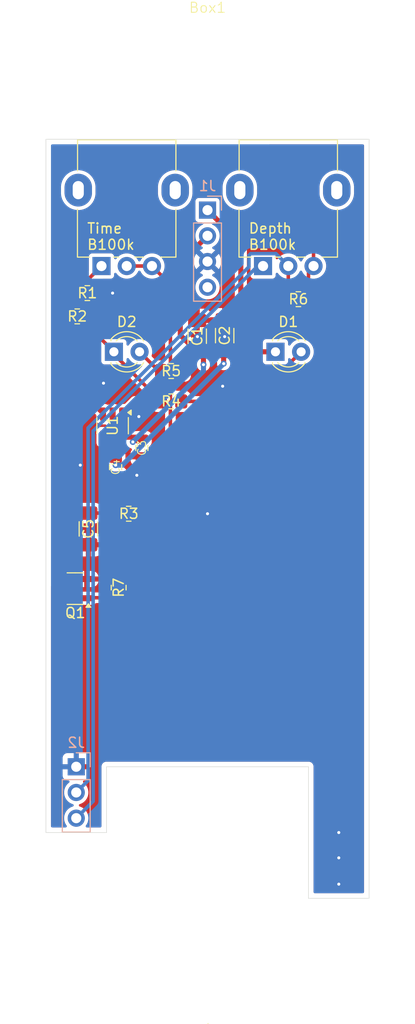
<source format=kicad_pcb>
(kicad_pcb (version 20241229) (generator "pcbnew") (generator_version "9.0")
  (layers (0 "F.Cu" jumper) (2 "B.Cu" signal) (13 "F.Paste" user) (15 "B.Paste" user) (5 "F.SilkS" user "F.Silkscreen") (7 "B.SilkS" user "B.Silkscreen") (1 "F.Mask" user) (3 "B.Mask" user) (25 "Edge.Cuts" user))
  (net 0 "")
  (net 1 "+V")
  (net 2 "-V")
  (net 3 "IN")
  (net 4 "GND")
  (net 5 "OUT")
  (net 6 "Net-(Q1-G)")
  (net 7 "LED^{OUT}")
  (net 8 "Net-(Q1-D)")
  (net 9 "LFO^{OUT}")
  (net 10 "Net-(U1-+)")
  (net 11 "Net-(R3-Pad2)")
  (net 12 "Net-(D1-A)")
  (net 13 "Net-(D2-A)")
  (net 14 "SHIELD")
  (footprint "Mylib:1590A" (layer "F.Cu") (at 100 100)
    (property "Reference" "Box1" (at 0 -50 0) (layer "F.SilkS") (effects (font (thickness 0.1))))
    (property "Value" "1590A")
    (fp_line (start 0.05 50.375) (end 0.05 50.375) (stroke (width 0.1)) (layer "F.SilkS"))
  )
  (footprint "Mylib:C_0704_1810Metric" (layer "F.Cu") (at 93.5 93.5 -90)
    (property "Reference" "C3" (at 0 0 90) (layer "F.SilkS") (effects (font (size 0.8 0.8) (thickness 0.1))))
    (property "Value" "0.1uF")
    (fp_line (start -0.25 0.6) (end 0.25 0.6) (stroke (width 0.12)) (layer "F.SilkS"))
    (fp_line (start -0.25 -0.6) (end 0.25 -0.6) (stroke (width 0.12)) (layer "F.SilkS"))
    (pad "1" smd roundrect (at -0.875 0 270) (size 0.9 1.25) (layers "F.Cu" "F.Mask" "F.Paste") (roundrect_rratio 0.2) (net 1 "+V"))
    (pad "2" smd roundrect (at 0.875 0 270) (size 0.9 1.25) (layers "F.Cu" "F.Mask" "F.Paste") (roundrect_rratio 0.2) (net 4 "GND"))
  )
  (footprint "Capacitor_SMD:C_1206_3216Metric_Pad1.33x1.80mm_HandSolder" (layer "F.Cu") (at 101.7 82.4 90)
    (property "Reference" "C2" (at 0 0 90) (layer "F.SilkS"))
    (property "Value" "22uF")
    (fp_line (start -0.711252 -0.91) (end 0.711252 -0.91) (stroke (width 0.12)) (layer "F.SilkS"))
    (fp_line (start -0.711252 0.91) (end 0.711252 0.91) (stroke (width 0.12)) (layer "F.SilkS"))
    (pad "1" smd roundrect (at -1.5625 0 90) (size 1.325 1.8) (layers "F.Cu" "F.Mask" "F.Paste") (roundrect_rratio 0.188679) (net 2 "-V"))
    (pad "2" smd roundrect (at 1.5625 0 90) (size 1.325 1.8) (layers "F.Cu" "F.Mask" "F.Paste") (roundrect_rratio 0.188679) (net 4 "GND"))
  )
  (footprint "Capacitor_SMD:C_1206_3216Metric_Pad1.33x1.80mm_HandSolder" (layer "F.Cu") (at 88.2 101.5 -90)
    (property "Reference" "C5" (at 0 0 90) (layer "F.SilkS"))
    (property "Value" "10uF")
    (fp_line (start -0.711252 0.91) (end 0.711252 0.91) (stroke (width 0.12)) (layer "F.SilkS"))
    (fp_line (start -0.711252 -0.91) (end 0.711252 -0.91) (stroke (width 0.12)) (layer "F.SilkS"))
    (pad "1" smd roundrect (at -1.5625 0 270) (size 1.325 1.8) (layers "F.Cu" "F.Mask" "F.Paste") (roundrect_rratio 0.188679) (net 9 "LFO^{OUT}"))
    (pad "2" smd roundrect (at 1.5625 0 270) (size 1.325 1.8) (layers "F.Cu" "F.Mask" "F.Paste") (roundrect_rratio 0.188679) (net 4 "GND"))
  )
  (footprint "Resistor_SMD:R_0805_2012Metric_Pad1.20x1.40mm_HandSolder" (layer "F.Cu") (at 88.1 78.2)
    (property "Reference" "R1" (at 0 0 0) (layer "F.SilkS"))
    (property "Value" "10k")
    (fp_line (start -0.227064 -0.735) (end 0.227064 -0.735) (stroke (width 0.12)) (layer "F.SilkS"))
    (fp_line (start -0.227064 0.735) (end 0.227064 0.735) (stroke (width 0.12)) (layer "F.SilkS"))
    (pad "1" smd roundrect (at -1 0) (size 1.2 1.4) (layers "F.Cu" "F.Mask" "F.Paste") (roundrect_rratio 0.208333) (net 10 "Net-(U1-+)"))
    (pad "2" smd roundrect (at 1 0) (size 1.2 1.4) (layers "F.Cu" "F.Mask" "F.Paste") (roundrect_rratio 0.208333) (net 4 "GND"))
  )
  (footprint "LED_THT:LED_D3.0mm" (layer "F.Cu") (at 90.73 84)
    (property "Reference" "D2" (at 1.27 -2.96 0) (layer "F.SilkS"))
    (property "Value" "LED")
    (fp_line (start -0.29 -1.236) (end -0.29 -1.08) (stroke (width 0.12)) (layer "F.SilkS"))
    (fp_line (start -0.29 1.08) (end -0.29 1.236) (stroke (width 0.12)) (layer "F.SilkS"))
    (fp_arc (start -0.29 -1.235516) (mid 1.365624 -1.987701) (end 2.941397 -1.080061) (stroke (width 0.12)) (layer "F.SilkS"))
    (fp_arc (start 0.229039 -1.08) (mid 1.269964 -1.5) (end 2.31091 -1.080049) (stroke (width 0.12)) (layer "F.SilkS"))
    (fp_arc (start 2.31091 1.080049) (mid 1.269964 1.5) (end 0.229039 1.08) (stroke (width 0.12)) (layer "F.SilkS"))
    (fp_arc (start 2.941397 1.080061) (mid 1.365624 1.987701) (end -0.29 1.235516) (stroke (width 0.12)) (layer "F.SilkS"))
    (pad "1" thru_hole rect (at 0 0) (size 1.8 1.8) (drill 0.9) (layers "*.Cu" "*.Mask") (net 7 "LED^{OUT}"))
    (pad "2" thru_hole circle (at 2.54 0) (size 1.8 1.8) (drill 0.9) (layers "*.Cu" "*.Mask") (net 13 "Net-(D2-A)"))
  )
  (footprint "Mylib:C_0704_1810Metric" (layer "F.Cu") (at 90.9 95.4 -90)
    (property "Reference" "C4" (at 0 0 90) (layer "F.SilkS") (effects (font (size 0.8 0.8) (thickness 0.1))))
    (property "Value" "0.1uF")
    (fp_line (start -0.25 0.6) (end 0.25 0.6) (stroke (width 0.12)) (layer "F.SilkS"))
    (fp_line (start -0.25 -0.6) (end 0.25 -0.6) (stroke (width 0.12)) (layer "F.SilkS"))
    (pad "1" smd roundrect (at -0.875 0 270) (size 0.9 1.25) (layers "F.Cu" "F.Mask" "F.Paste") (roundrect_rratio 0.2) (net 2 "-V"))
    (pad "2" smd roundrect (at 0.875 0 270) (size 0.9 1.25) (layers "F.Cu" "F.Mask" "F.Paste") (roundrect_rratio 0.2) (net 4 "GND"))
  )
  (footprint "Resistor_SMD:R_0805_2012Metric_Pad1.20x1.40mm_HandSolder" (layer "F.Cu") (at 96.4 85.9)
    (property "Reference" "R5" (at 0 0 0) (layer "F.SilkS"))
    (property "Value" "4k7")
    (fp_line (start -0.227064 -0.735) (end 0.227064 -0.735) (stroke (width 0.12)) (layer "F.SilkS"))
    (fp_line (start -0.227064 0.735) (end 0.227064 0.735) (stroke (width 0.12)) (layer "F.SilkS"))
    (pad "1" smd roundrect (at -1 0) (size 1.2 1.4) (layers "F.Cu" "F.Mask" "F.Paste") (roundrect_rratio 0.208333) (net 13 "Net-(D2-A)"))
    (pad "2" smd roundrect (at 1 0) (size 1.2 1.4) (layers "F.Cu" "F.Mask" "F.Paste") (roundrect_rratio 0.208333) (net 1 "+V"))
  )
  (footprint "Resistor_SMD:R_0805_2012Metric_Pad1.20x1.40mm_HandSolder" (layer "F.Cu") (at 96.4 88.9 180)
    (property "Reference" "R4" (at 0 0 0) (layer "F.SilkS"))
    (property "Value" "4k7")
    (fp_line (start -0.227064 0.735) (end 0.227064 0.735) (stroke (width 0.12)) (layer "F.SilkS"))
    (fp_line (start -0.227064 -0.735) (end 0.227064 -0.735) (stroke (width 0.12)) (layer "F.SilkS"))
    (pad "1" smd roundrect (at -1 0 180) (size 1.2 1.4) (layers "F.Cu" "F.Mask" "F.Paste") (roundrect_rratio 0.208333) (net 12 "Net-(D1-A)"))
    (pad "2" smd roundrect (at 1 0 180) (size 1.2 1.4) (layers "F.Cu" "F.Mask" "F.Paste") (roundrect_rratio 0.208333) (net 7 "LED^{OUT}"))
  )
  (footprint "Potentiometer_THT:Potentiometer_Alpha_RD901F-40-00D_Single_Vertical" (layer "F.Cu") (at 89.5 75.525 90)
    (property "Reference" "RV1" (hide yes))
    (property "Value" "Speed B100k")
    (fp_line (start 0.88 -2.38) (end 5.6 -2.38) (stroke (width 0.12)) (layer "F.SilkS"))
    (fp_line (start 9.41 -2.37) (end 12.47 -2.37) (stroke (width 0.12)) (layer "F.SilkS"))
    (fp_line (start 0.88 -1.19) (end 0.88 -2.37) (stroke (width 0.12)) (layer "F.SilkS"))
    (fp_line (start 0.88 1.71) (end 0.88 1.18) (stroke (width 0.12)) (layer "F.SilkS"))
    (fp_line (start 0.88 4.16) (end 0.88 3.33) (stroke (width 0.12)) (layer "F.SilkS"))
    (fp_line (start 12.47 7.37) (end 12.47 -2.37) (stroke (width 0.12)) (layer "F.SilkS"))
    (fp_line (start 9.41 7.37) (end 12.47 7.37) (stroke (width 0.12)) (layer "F.SilkS"))
    (fp_line (start 0.88 7.37) (end 0.88 5.88) (stroke (width 0.12)) (layer "F.SilkS"))
    (fp_line (start 0.88 7.37) (end 5.6 7.37) (stroke (width 0.12)) (layer "F.SilkS"))
    (pad "" thru_hole oval (at 7.5 -2.3 180) (size 2.72 3.24) (drill oval 1.1 1.8) (layers "*.Cu" "*.Mask"))
    (pad "" thru_hole oval (at 7.5 7.3 180) (size 2.72 3.24) (drill oval 1.1 1.8) (layers "*.Cu" "*.Mask"))
    (pad "1" thru_hole rect (at 0 0 180) (size 1.8 1.8) (drill 1) (layers "*.Cu" "*.Mask") (net 7 "LED^{OUT}"))
    (pad "2" thru_hole circle (at 0 2.5 180) (size 1.8 1.8) (drill 1) (layers "*.Cu" "*.Mask") (net 11 "Net-(R3-Pad2)"))
    (pad "3" thru_hole circle (at 0 5 180) (size 1.8 1.8) (drill 1) (layers "*.Cu" "*.Mask") (net 11 "Net-(R3-Pad2)"))
  )
  (footprint "Resistor_SMD:R_0805_2012Metric_Pad1.20x1.40mm_HandSolder" (layer "F.Cu") (at 87.1 80.5 180)
    (property "Reference" "R2" (at 0 0 0) (layer "F.SilkS"))
    (property "Value" "10k")
    (fp_line (start -0.227064 0.735) (end 0.227064 0.735) (stroke (width 0.12)) (layer "F.SilkS"))
    (fp_line (start -0.227064 -0.735) (end 0.227064 -0.735) (stroke (width 0.12)) (layer "F.SilkS"))
    (pad "1" smd roundrect (at -1 0 180) (size 1.2 1.4) (layers "F.Cu" "F.Mask" "F.Paste") (roundrect_rratio 0.208333) (net 7 "LED^{OUT}"))
    (pad "2" smd roundrect (at 1 0 180) (size 1.2 1.4) (layers "F.Cu" "F.Mask" "F.Paste") (roundrect_rratio 0.208333) (net 10 "Net-(U1-+)"))
  )
  (footprint "Package_TO_SOT_SMD:SOT-23-3" (layer "F.Cu") (at 86.9 107.4 180)
    (property "Reference" "Q1" (at 0 -2.4 180) (layer "F.SilkS"))
    (property "Value" "PMV250")
    (fp_line (start 0 1.56) (end 0.8 1.56) (stroke (width 0.12)) (layer "F.SilkS"))
    (fp_line (start 0 1.56) (end -0.8 1.56) (stroke (width 0.12)) (layer "F.SilkS"))
    (fp_line (start 0 -1.56) (end 0.8 -1.56) (stroke (width 0.12)) (layer "F.SilkS"))
    (fp_line (start 0 -1.56) (end -0.8 -1.56) (stroke (width 0.12)) (layer "F.SilkS"))
    (fp_poly (pts (xy -1.3 -1.51) (xy -1.54 -1.84) (xy -1.06 -1.84)) (stroke (width 0.12)) (fill yes) (layer "F.SilkS"))
    (pad "1" smd roundrect (at -1.1375 -0.95 180) (size 1.325 0.6) (layers "F.Cu" "F.Mask" "F.Paste") (net 6 "Net-(Q1-G)"))
    (pad "2" smd roundrect (at -1.1375 0.95 180) (size 1.325 0.6) (layers "F.Cu" "F.Mask" "F.Paste") (net 4 "GND"))
    (pad "3" smd roundrect (at 1.1375 0 180) (size 1.325 0.6) (layers "F.Cu" "F.Mask" "F.Paste") (net 8 "Net-(Q1-D)"))
  )
  (footprint "LED_THT:LED_D3.0mm" (layer "F.Cu") (at 106.73 84)
    (property "Reference" "D1" (at 1.27 -2.96 0) (layer "F.SilkS"))
    (property "Value" "LED")
    (fp_line (start -0.29 -1.236) (end -0.29 -1.08) (stroke (width 0.12)) (layer "F.SilkS"))
    (fp_line (start -0.29 1.08) (end -0.29 1.236) (stroke (width 0.12)) (layer "F.SilkS"))
    (fp_arc (start -0.29 -1.235516) (mid 1.365624 -1.987701) (end 2.941397 -1.080061) (stroke (width 0.12)) (layer "F.SilkS"))
    (fp_arc (start 0.229039 -1.08) (mid 1.269964 -1.5) (end 2.31091 -1.080049) (stroke (width 0.12)) (layer "F.SilkS"))
    (fp_arc (start 2.31091 1.080049) (mid 1.269964 1.5) (end 0.229039 1.08) (stroke (width 0.12)) (layer "F.SilkS"))
    (fp_arc (start 2.941397 1.080061) (mid 1.365624 1.987701) (end -0.29 1.235516) (stroke (width 0.12)) (layer "F.SilkS"))
    (pad "1" thru_hole rect (at 0 0) (size 1.8 1.8) (drill 0.9) (layers "*.Cu" "*.Mask") (net 2 "-V"))
    (pad "2" thru_hole circle (at 2.54 0) (size 1.8 1.8) (drill 0.9) (layers "*.Cu" "*.Mask") (net 12 "Net-(D1-A)"))
  )
  (footprint "Resistor_SMD:R_0805_2012Metric_Pad1.20x1.40mm_HandSolder" (layer "F.Cu") (at 92.2 100)
    (property "Reference" "R3" (at 0 0 0) (layer "F.SilkS"))
    (property "Value" "47k")
    (fp_line (start -0.227064 -0.735) (end 0.227064 -0.735) (stroke (width 0.12)) (layer "F.SilkS"))
    (fp_line (start -0.227064 0.735) (end 0.227064 0.735) (stroke (width 0.12)) (layer "F.SilkS"))
    (pad "1" smd roundrect (at -1 0) (size 1.2 1.4) (layers "F.Cu" "F.Mask" "F.Paste") (roundrect_rratio 0.208333) (net 9 "LFO^{OUT}"))
    (pad "2" smd roundrect (at 1 0) (size 1.2 1.4) (layers "F.Cu" "F.Mask" "F.Paste") (roundrect_rratio 0.208333) (net 11 "Net-(R3-Pad2)"))
  )
  (footprint "Capacitor_SMD:C_1206_3216Metric_Pad1.33x1.80mm_HandSolder" (layer "F.Cu") (at 98.98 82.46 90)
    (property "Reference" "C1" (at 0 0 90) (layer "F.SilkS"))
    (property "Value" "22uF")
    (fp_line (start -0.711252 -0.91) (end 0.711252 -0.91) (stroke (width 0.12)) (layer "F.SilkS"))
    (fp_line (start -0.711252 0.91) (end 0.711252 0.91) (stroke (width 0.12)) (layer "F.SilkS"))
    (pad "1" smd roundrect (at -1.5625 0 90) (size 1.325 1.8) (layers "F.Cu" "F.Mask" "F.Paste") (roundrect_rratio 0.188679) (net 1 "+V"))
    (pad "2" smd roundrect (at 1.5625 0 90) (size 1.325 1.8) (layers "F.Cu" "F.Mask" "F.Paste") (roundrect_rratio 0.188679) (net 4 "GND"))
  )
  (footprint "Package_TO_SOT_SMD:SOT-23-5" (layer "F.Cu") (at 90.6 91.3 -90)
    (property "Reference" "U1" (at 0 0 90) (layer "F.SilkS"))
    (property "Value" "OPA1655")
    (fp_line (start 0 1.56) (end -0.8 1.56) (stroke (width 0.12)) (layer "F.SilkS"))
    (fp_line (start 0 1.56) (end 0.8 1.56) (stroke (width 0.12)) (layer "F.SilkS"))
    (fp_line (start 0 -1.56) (end -0.8 -1.56) (stroke (width 0.12)) (layer "F.SilkS"))
    (fp_line (start 0 -1.56) (end 0.8 -1.56) (stroke (width 0.12)) (layer "F.SilkS"))
    (fp_poly (pts (xy -1.3 -1.51) (xy -1.54 -1.84) (xy -1.06 -1.84)) (stroke (width 0.12)) (fill yes) (layer "F.SilkS"))
    (pad "1" smd roundrect (at -1.1375 -0.95 270) (size 1.325 0.6) (layers "F.Cu" "F.Mask" "F.Paste") (net 7 "LED^{OUT}"))
    (pad "2" smd roundrect (at -1.1375 0 270) (size 1.325 0.6) (layers "F.Cu" "F.Mask" "F.Paste") (net 2 "-V"))
    (pad "3" smd roundrect (at -1.1375 0.95 270) (size 1.325 0.6) (layers "F.Cu" "F.Mask" "F.Paste") (net 10 "Net-(U1-+)"))
    (pad "4" smd roundrect (at 1.1375 0.95 270) (size 1.325 0.6) (layers "F.Cu" "F.Mask" "F.Paste") (net 9 "LFO^{OUT}"))
    (pad "5" smd roundrect (at 1.1375 -0.95 270) (size 1.325 0.6) (layers "F.Cu" "F.Mask" "F.Paste") (net 1 "+V"))
  )
  (footprint "Resistor_SMD:R_0805_2012Metric_Pad1.20x1.40mm_HandSolder" (layer "F.Cu") (at 91.2 107.3 90)
    (property "Reference" "R7" (at 0 0 90) (layer "F.SilkS"))
    (property "Value" "4k7")
    (fp_line (start -0.227064 -0.735) (end 0.227064 -0.735) (stroke (width 0.12)) (layer "F.SilkS"))
    (fp_line (start -0.227064 0.735) (end 0.227064 0.735) (stroke (width 0.12)) (layer "F.SilkS"))
    (pad "1" smd roundrect (at -1 0 90) (size 1.2 1.4) (layers "F.Cu" "F.Mask" "F.Paste") (roundrect_rratio 0.208333) (net 6 "Net-(Q1-G)"))
    (pad "2" smd roundrect (at 1 0 90) (size 1.2 1.4) (layers "F.Cu" "F.Mask" "F.Paste") (roundrect_rratio 0.208333) (net 9 "LFO^{OUT}"))
  )
  (footprint "Resistor_SMD:R_0805_2012Metric_Pad1.20x1.40mm_HandSolder" (layer "F.Cu") (at 109 78.8 180)
    (property "Reference" "R6" (at 0 0 0) (layer "F.SilkS"))
    (property "Value" "12k")
    (fp_line (start -0.227064 0.735) (end 0.227064 0.735) (stroke (width 0.12)) (layer "F.SilkS"))
    (fp_line (start -0.227064 -0.735) (end 0.227064 -0.735) (stroke (width 0.12)) (layer "F.SilkS"))
    (pad "1" smd roundrect (at -1 0 180) (size 1.2 1.4) (layers "F.Cu" "F.Mask" "F.Paste") (roundrect_rratio 0.208333) (net 8 "Net-(Q1-D)"))
    (pad "2" smd roundrect (at 1 0 180) (size 1.2 1.4) (layers "F.Cu" "F.Mask" "F.Paste") (roundrect_rratio 0.208333) (net 5 "OUT"))
  )
  (footprint "Potentiometer_THT:Potentiometer_Alpha_RD901F-40-00D_Single_Vertical" (layer "F.Cu") (at 105.5 75.525 90)
    (property "Reference" "RV2" (hide yes))
    (property "Value" "Depth B100k")
    (fp_line (start 0.88 -2.38) (end 5.6 -2.38) (stroke (width 0.12)) (layer "F.SilkS"))
    (fp_line (start 9.41 -2.37) (end 12.47 -2.37) (stroke (width 0.12)) (layer "F.SilkS"))
    (fp_line (start 0.88 -1.19) (end 0.88 -2.37) (stroke (width 0.12)) (layer "F.SilkS"))
    (fp_line (start 0.88 1.71) (end 0.88 1.18) (stroke (width 0.12)) (layer "F.SilkS"))
    (fp_line (start 0.88 4.16) (end 0.88 3.33) (stroke (width 0.12)) (layer "F.SilkS"))
    (fp_line (start 12.47 7.37) (end 12.47 -2.37) (stroke (width 0.12)) (layer "F.SilkS"))
    (fp_line (start 9.41 7.37) (end 12.47 7.37) (stroke (width 0.12)) (layer "F.SilkS"))
    (fp_line (start 0.88 7.37) (end 0.88 5.88) (stroke (width 0.12)) (layer "F.SilkS"))
    (fp_line (start 0.88 7.37) (end 5.6 7.37) (stroke (width 0.12)) (layer "F.SilkS"))
    (pad "" thru_hole oval (at 7.5 -2.3 180) (size 2.72 3.24) (drill oval 1.1 1.8) (layers "*.Cu" "*.Mask"))
    (pad "" thru_hole oval (at 7.5 7.3 180) (size 2.72 3.24) (drill oval 1.1 1.8) (layers "*.Cu" "*.Mask"))
    (pad "1" thru_hole rect (at 0 0 180) (size 1.8 1.8) (drill 1) (layers "*.Cu" "*.Mask") (net 3 "IN"))
    (pad "2" thru_hole circle (at 0 2.5 180) (size 1.8 1.8) (drill 1) (layers "*.Cu" "*.Mask") (net 5 "OUT"))
    (pad "3" thru_hole circle (at 0 5 180) (size 1.8 1.8) (drill 1) (layers "*.Cu" "*.Mask") (net 8 "Net-(Q1-D)"))
  )
  (footprint "Connector_PinHeader_2.54mm:PinHeader_1x03_P2.54mm_Vertical" (layer "B.Cu") (at 87 125 180)
    (property "Reference" "J2" (at 0 2.38 0) (layer "B.SilkS") (effects (justify mirror)))
    (property "Value" "Conn_01x03_Pin")
    (fp_line (start 1.38 -1.27) (end 1.38 -6.46) (stroke (width 0.12)) (layer "B.SilkS"))
    (fp_line (start -1.38 1.38) (end 0 1.38) (stroke (width 0.12)) (layer "B.SilkS"))
    (fp_line (start -1.38 0) (end -1.38 1.38) (stroke (width 0.12)) (layer "B.SilkS"))
    (fp_line (start -1.38 -1.27) (end 1.38 -1.27) (stroke (width 0.12)) (layer "B.SilkS"))
    (fp_line (start -1.38 -1.27) (end -1.38 -6.46) (stroke (width 0.12)) (layer "B.SilkS"))
    (fp_line (start -1.38 -6.46) (end 1.38 -6.46) (stroke (width 0.12)) (layer "B.SilkS"))
    (pad "1" thru_hole rect (at 0 0 180) (size 1.7 1.7) (drill 1) (layers "*.Cu" "*.Mask") (net 4 "GND"))
    (pad "2" thru_hole circle (at 0 -2.54 180) (size 1.7 1.7) (drill 1) (layers "*.Cu" "*.Mask") (net 5 "OUT"))
    (pad "3" thru_hole circle (at 0 -5.08 180) (size 1.7 1.7) (drill 1) (layers "*.Cu" "*.Mask") (net 3 "IN"))
  )
  (footprint "Connector_PinHeader_2.54mm:PinHeader_1x04_P2.54mm_Vertical" (layer "B.Cu") (at 100 70 180)
    (property "Reference" "J1" (at 0 2.38 0) (layer "B.SilkS") (effects (justify mirror)))
    (property "Value" "Conn_01x04_Pin")
    (fp_line (start 1.38 -1.27) (end 1.38 -9) (stroke (width 0.12)) (layer "B.SilkS"))
    (fp_line (start -1.38 1.38) (end 0 1.38) (stroke (width 0.12)) (layer "B.SilkS"))
    (fp_line (start -1.38 0) (end -1.38 1.38) (stroke (width 0.12)) (layer "B.SilkS"))
    (fp_line (start -1.38 -1.27) (end 1.38 -1.27) (stroke (width 0.12)) (layer "B.SilkS"))
    (fp_line (start -1.38 -1.27) (end -1.38 -9) (stroke (width 0.12)) (layer "B.SilkS"))
    (fp_line (start -1.38 -9) (end 1.38 -9) (stroke (width 0.12)) (layer "B.SilkS"))
    (pad "1" thru_hole rect (at 0 0 180) (size 1.7 1.7) (drill 1) (layers "*.Cu" "*.Mask") (net 2 "-V"))
    (pad "2" thru_hole circle (at 0 -2.54 180) (size 1.7 1.7) (drill 1) (layers "*.Cu" "*.Mask") (net 1 "+V"))
    (pad "3" thru_hole circle (at 0 -5.08 180) (size 1.7 1.7) (drill 1) (layers "*.Cu" "*.Mask") (net 4 "GND"))
    (pad "4" thru_hole circle (at 0 -7.62 180) (size 1.7 1.7) (drill 1) (layers "*.Cu" "*.Mask") (net 14 "SHIELD"))
  )
  (gr_line (start 116 138) (end 116 63) (stroke (width 0.05)) (layer "Edge.Cuts"))
  (gr_line (start 84 131.5) (end 90 131.5) (stroke (width 0.05)) (layer "Edge.Cuts"))
  (gr_line (start 116 63) (end 84 63) (stroke (width 0.05)) (layer "Edge.Cuts"))
  (gr_line (start 90 125) (end 110 125) (stroke (width 0.05)) (layer "Edge.Cuts"))
  (gr_line (start 110 138) (end 116 138) (stroke (width 0.05)) (layer "Edge.Cuts"))
  (gr_line (start 90 131.5) (end 90 125) (stroke (width 0.05)) (layer "Edge.Cuts"))
  (gr_line (start 84 63) (end 84 131.5) (stroke (width 0.05)) (layer "Edge.Cuts"))
  (gr_line (start 110 125) (end 110 138) (stroke (width 0.05)) (layer "Edge.Cuts"))
  (gr_text "Depth\nB100k" (at 104 74 0) (layer "F.SilkS") (effects (font (size 1 1)) (justify left bottom)))
  (gr_text "Time\nB100k" (at 88 74 0) (layer "F.SilkS") (effects (font (size 1 1)) (justify left bottom)))
  (segment (start 98.98 84.0225) (end 97.3 82.3425) (width 0.5) (layer "F.Cu") (net 1))
  (segment (start 92.88505 92.625) (end 93.5 92.625) (width 0.5) (layer "F.Cu") (net 1))
  (segment (start 91.55 92.4375) (end 93.3125 92.4375) (width 0.5) (layer "F.Cu") (net 1))
  (segment (start 92.605025 92.905025) (end 92.88505 92.625) (width 0.5) (layer "F.Cu") (net 1))
  (segment (start 97.4 85.9) (end 97.4 85.6025) (width 0.5) (layer "F.Cu") (net 1))
  (segment (start 97.3 82.3425) (end 97.3 75.24) (width 0.5) (layer "F.Cu") (net 1))
  (segment (start 99.6 85.27) (end 99.6 84.6425) (width 0.5) (layer "F.Cu") (net 1))
  (segment (start 97.4 85.6025) (end 98.98 84.0225) (width 0.5) (layer "F.Cu") (net 1))
  (segment (start 97.3 75.24) (end 100 72.54) (width 0.5) (layer "F.Cu") (net 1))
  (segment (start 99.6 84.6425) (end 98.98 84.0225) (width 0.5) (layer "F.Cu") (net 1))
  (segment (start 93.3125 92.4375) (end 93.5 92.625) (width 0.5) (layer "F.Cu") (net 1))
  (via (at 92.605025 92.905025) (size 0.6) (drill 0.3) (layers "F.Cu" "B.Cu") (net 1))
  (via (at 99.6 85.27) (size 0.6) (drill 0.3) (layers "F.Cu" "B.Cu") (net 1))
  (segment (start 92.605025 92.894975) (end 99.6 85.9) (width 0.5) (layer "B.Cu") (net 1))
  (segment (start 92.605025 92.905025) (end 92.605025 92.894975) (width 0.5) (layer "B.Cu") (net 1))
  (segment (start 99.6 85.9) (end 99.6 85.27) (width 0.5) (layer "B.Cu") (net 1))
  (segment (start 90.6 94.225) (end 90.9 94.525) (width 0.5) (layer "F.Cu") (net 2))
  (segment (start 90.6 90.1625) (end 90.6 94.225) (width 0.5) (layer "F.Cu") (net 2))
  (segment (start 101.7 83.9625) (end 103.3 82.3625) (width 0.5) (layer "F.Cu") (net 2))
  (segment (start 106.73 84) (end 101.7375 84) (width 0.5) (layer "F.Cu") (net 2))
  (segment (start 103.3 73.3) (end 100 70) (width 0.5) (layer "F.Cu") (net 2))
  (segment (start 101.6 85.17) (end 101.6 84.0625) (width 0.5) (layer "F.Cu") (net 2))
  (segment (start 101.7375 84) (end 101.7 83.9625) (width 0.5) (layer "F.Cu") (net 2))
  (segment (start 101.6 84.0625) (end 101.7 83.9625) (width 0.5) (layer "F.Cu") (net 2))
  (segment (start 103.3 82.3625) (end 103.3 73.3) (width 0.5) (layer "F.Cu") (net 2))
  (segment (start 90.9 95.2) (end 90.9 94.525) (width 0.5) (layer "F.Cu") (net 2))
  (via (at 90.9 95.2) (size 0.6) (drill 0.3) (layers "F.Cu" "B.Cu") (net 2))
  (via (at 101.6 85.17) (size 0.6) (drill 0.3) (layers "F.Cu" "B.Cu") (net 2))
  (segment (start 91.57 95.2) (end 90.9 95.2) (width 0.5) (layer "B.Cu") (net 2))
  (segment (start 101.6 85.17) (end 91.57 95.2) (width 0.5) (layer "B.Cu") (net 2))
  (segment (start 88.675 128.405) (end 88.675 91.825) (width 0.35) (layer "B.Cu") (net 3))
  (segment (start 88.675 91.825) (end 104.975 75.525) (width 0.35) (layer "B.Cu") (net 3))
  (segment (start 87 130.08) (end 88.675 128.405) (width 0.35) (layer "B.Cu") (net 3))
  (segment (start 104.975 75.525) (end 105.5 75.525) (width 0.35) (layer "B.Cu") (net 3))
  (via (at 113 131.5) (size 0.6) (drill 0.3) (layers "F.Cu" "B.Cu") (net 4))
  (via (at 101.5 87.4) (size 0.6) (drill 0.3) (layers "F.Cu" "B.Cu") (net 4))
  (via (at 93.2 90.4) (size 0.6) (drill 0.3) (layers "F.Cu" "B.Cu") (net 4))
  (via (at 90.6 78.2) (size 0.6) (drill 0.3) (layers "F.Cu" "B.Cu") (net 4))
  (via (at 87.4 95.2) (size 0.6) (drill 0.3) (layers "F.Cu" "B.Cu") (net 4))
  (via (at 93 96.2) (size 0.6) (drill 0.3) (layers "F.Cu" "B.Cu") (net 4))
  (via (at 101.7 82.5) (size 0.6) (drill 0.3) (layers "F.Cu" "B.Cu") (net 4))
  (via (at 100 100) (size 0.6) (drill 0.3) (layers "F.Cu" "B.Cu") (net 4))
  (via (at 113 136.6) (size 0.6) (drill 0.3) (layers "F.Cu" "B.Cu") (net 4))
  (via (at 99 82.5) (size 0.6) (drill 0.3) (layers "F.Cu" "B.Cu") (net 4))
  (via (at 113 134) (size 0.6) (drill 0.3) (layers "F.Cu" "B.Cu") (net 4))
  (via (at 89.7 87.1) (size 0.6) (drill 0.3) (layers "F.Cu" "B.Cu") (net 4))
  (segment (start 108 78.8) (end 108 75.525) (width 0.35) (layer "F.Cu") (net 5))
  (segment (start 104.1 75.6) (end 104.1 74.475) (width 0.35) (layer "B.Cu") (net 5))
  (segment (start 88.175 126.365) (end 88.175 91.525) (width 0.35) (layer "B.Cu") (net 5))
  (segment (start 104.1 74.475) (end 104.275 74.3) (width 0.35) (layer "B.Cu") (net 5))
  (segment (start 104.275 74.3) (end 106.775 74.3) (width 0.35) (layer "B.Cu") (net 5))
  (segment (start 88.175 91.525) (end 104.1 75.6) (width 0.35) (layer "B.Cu") (net 5))
  (segment (start 87 127.54) (end 88.175 126.365) (width 0.35) (layer "B.Cu") (net 5))
  (segment (start 106.775 74.3) (end 108 75.525) (width 0.35) (layer "B.Cu") (net 5))
  (segment (start 88.0375 108.35) (end 88.15 108.35) (width 0.35) (layer "F.Cu") (net 6))
  (segment (start 88.15 108.35) (end 88.2 108.3) (width 0.35) (layer "F.Cu") (net 6))
  (segment (start 88.2 108.3) (end 91.2 108.3) (width 0.35) (layer "F.Cu") (net 6))
  (segment (start 90.73 84) (end 88.1 81.37) (width 0.35) (layer "F.Cu") (net 7))
  (segment (start 91.55 90.1625) (end 92.8125 88.9) (width 0.35) (layer "F.Cu") (net 7))
  (segment (start 92.8125 88.9) (end 95.4 88.9) (width 0.35) (layer "F.Cu") (net 7))
  (segment (start 90.73 84.23) (end 90.73 84) (width 0.35) (layer "F.Cu") (net 7))
  (segment (start 88.1 76.925) (end 89.5 75.525) (width 0.35) (layer "F.Cu") (net 7))
  (segment (start 95.4 88.9) (end 90.73 84.23) (width 0.35) (layer "F.Cu") (net 7))
  (segment (start 88.1 80.5) (end 88.1 76.925) (width 0.35) (layer "F.Cu") (net 7))
  (segment (start 88.1 81.37) (end 88.1 80.5) (width 0.35) (layer "F.Cu") (net 7))
  (segment (start 85.175 67.06705) (end 85.175 106.8125) (width 0.35) (layer "F.Cu") (net 8))
  (segment (start 110 78.8) (end 110 76.025) (width 0.35) (layer "F.Cu") (net 8))
  (segment (start 110.5 68.9) (end 105.5 63.9) (width 0.35) (layer "F.Cu") (net 8))
  (segment (start 105.5 63.9) (end 88.34205 63.9) (width 0.35) (layer "F.Cu") (net 8))
  (segment (start 85.175 106.8125) (end 85.7625 107.4) (width 0.35) (layer "F.Cu") (net 8))
  (segment (start 110.5 75.525) (end 110.5 68.9) (width 0.35) (layer "F.Cu") (net 8))
  (segment (start 88.34205 63.9) (end 85.175 67.06705) (width 0.35) (layer "F.Cu") (net 8))
  (segment (start 110 76.025) (end 110.5 75.525) (width 0.35) (layer "F.Cu") (net 8))
  (segment (start 91.2 100) (end 89.8 98.6) (width 0.35) (layer "F.Cu") (net 9))
  (segment (start 89.8 92.5875) (end 89.65 92.4375) (width 0.35) (layer "F.Cu") (net 9))
  (segment (start 91.2 106.3) (end 91.2 100) (width 0.35) (layer "F.Cu") (net 9))
  (segment (start 88.2 99.9375) (end 91.1375 99.9375) (width 0.35) (layer "F.Cu") (net 9))
  (segment (start 89.8 98.6) (end 89.8 92.5875) (width 0.35) (layer "F.Cu") (net 9))
  (segment (start 91.1375 99.9375) (end 91.2 100) (width 0.35) (layer "F.Cu") (net 9))
  (segment (start 86.1 80.5) (end 86.1 79.2) (width 0.35) (layer "F.Cu") (net 10))
  (segment (start 86.1 79.2) (end 87.1 78.2) (width 0.35) (layer "F.Cu") (net 10))
  (segment (start 86.1 86.6125) (end 86.1 80.5) (width 0.35) (layer "F.Cu") (net 10))
  (segment (start 89.65 90.1625) (end 86.1 86.6125) (width 0.35) (layer "F.Cu") (net 10))
  (segment (start 96.325 95.375) (end 96.325 77.35) (width 0.35) (layer "F.Cu") (net 11))
  (segment (start 93.2 100) (end 93.2 98.5) (width 0.35) (layer "F.Cu") (net 11))
  (segment (start 92 75.525) (end 94.5 75.525) (width 0.35) (layer "F.Cu") (net 11))
  (segment (start 96.325 77.35) (end 94.5 75.525) (width 0.35) (layer "F.Cu") (net 11))
  (segment (start 93.2 98.5) (end 96.325 95.375) (width 0.35) (layer "F.Cu") (net 11))
  (segment (start 97.4 88.9) (end 104.37 88.9) (width 0.35) (layer "F.Cu") (net 12))
  (segment (start 104.37 88.9) (end 109.27 84) (width 0.35) (layer "F.Cu") (net 12))
  (segment (start 95.4 85.9) (end 95.17 85.9) (width 0.35) (layer "F.Cu") (net 13))
  (segment (start 95.17 85.9) (end 93.27 84) (width 0.35) (layer "F.Cu") (net 13))
  (zone (net 4) (net_name "GND") (layers "F.Cu" "B.Cu") (connect_pads (clearance 0.35)) (min_thickness 0.25) (fill yes (thermal_gap 0.5) (thermal_bridge_width 0.5) (smoothing chamfer) (radius 1))
    (polygon (pts (xy 80.8 53.7) (xy 119.3 53.7) (xy 119.3 146.3) (xy 80.8 146.3)))
  )
)
</source>
